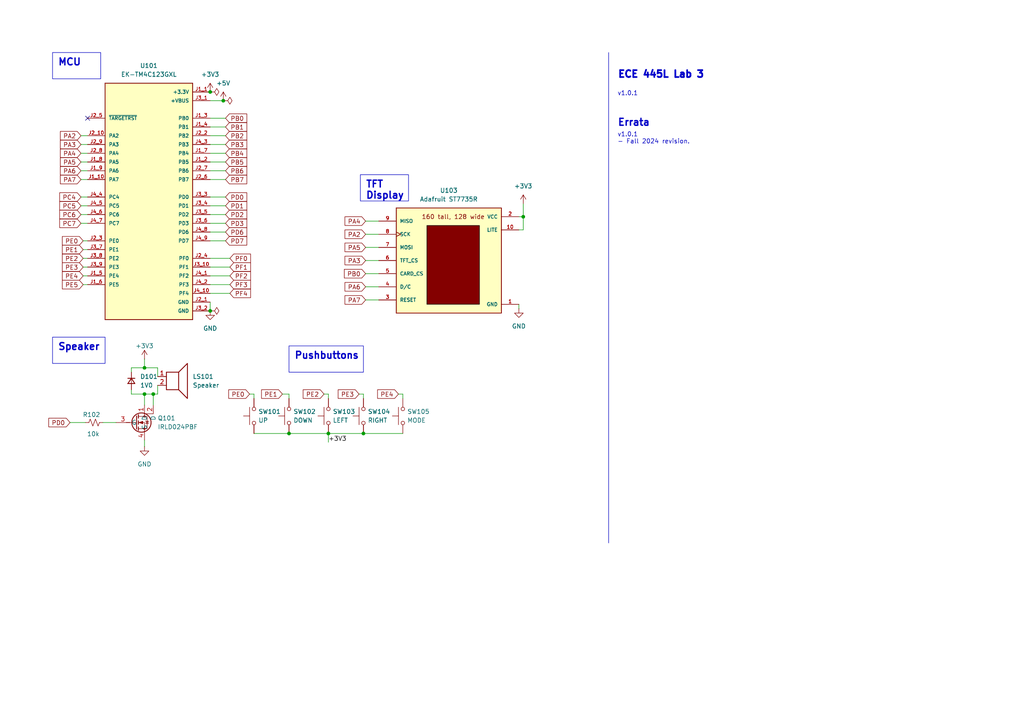
<source format=kicad_sch>
(kicad_sch (version 20231120) (generator "eeschema") (generator_version "8.0")
  (paper "A4")
  (title_block (title "ECE 445L Lab 3") (date "2024-08-07") (rev "v1.0.1") (company "The University of Texas at Austin"))
  (lib_symbols
    (symbol "Device:D_Small" (pin_numbers hide) (pin_names (offset 0.254) hide)
      (property "Reference" "D" (at -1.27 2.032 0))
      (property "Value" "D_Small" (at -3.81 -2.032 0))
      (symbol "D_Small_0_1"
        (polyline (pts (xy -0.762 -1.016) (xy -0.762 1.016)) (stroke (width 0.254)))
        (polyline (pts (xy -0.762 0) (xy 0.762 0)))
        (polyline (pts (xy 0.762 -1.016) (xy -0.762 0) (xy 0.762 1.016) (xy 0.762 -1.016)) (stroke (width 0.254)))
      )
      (symbol "D_Small_1_1"
        (pin passive line (at -2.54 0 0) (length 1.778) (name "K") (number "1"))
        (pin passive line (at 2.54 0 180) (length 1.778) (name "A") (number "2"))
      )
    )
    (symbol "Device:Speaker" (pin_names (offset 0) hide)
      (property "Reference" "LS" (at 1.27 5.715 0))
      (property "Value" "Speaker" (at 1.27 3.81 0))
      (symbol "Speaker_0_0"
        (rectangle (start -2.54 1.27) (end 1.016 -3.81) (stroke (width 0.254)))
        (polyline (pts (xy 1.016 1.27) (xy 3.556 3.81) (xy 3.556 -6.35) (xy 1.016 -3.81)) (stroke (width 0.254)))
      )
      (symbol "Speaker_1_1"
        (pin input line (at -5.08 0 0) (length 2.54) (name "1") (number "1"))
        (pin input line (at -5.08 -2.54 0) (length 2.54) (name "2") (number "2"))
      )
    )
    (symbol "ECE445L:Adafruit_ST7735R" (pin_names (offset 1.016))
      (property "Reference" "U?" (at -15.24 16.002 0))
      (property "Value" "Adafruit ST7735R" (at -15.24 -17.78 0))
      (symbol "Adafruit_ST7735R_0_0"
        (rectangle (start -15.24 15.24) (end 15.24 -15.24) (stroke (width 0.254)) (fill (type background)))
      )
      (symbol "Adafruit_ST7735R_1_0"
        (pin power_in line (at 20.32 -12.7 180) (length 5.08) (name "GND") (number "1"))
        (pin power_in line (at 20.32 8.89 180) (length 5.08) (name "LITE") (number "10"))
        (pin power_in line (at 20.32 12.7 180) (length 5.08) (name "VCC") (number "2"))
        (pin input line (at -20.32 -11.43 0) (length 5.08) (name "RESET") (number "3"))
        (pin input line (at -20.32 -7.62 0) (length 5.08) (name "D/C") (number "4"))
        (pin input line (at -20.32 -3.81 0) (length 5.08) (name "CARD_CS") (number "5"))
        (pin input line (at -20.32 0 0) (length 5.08) (name "TFT_CS") (number "6"))
        (pin input line (at -20.32 3.81 0) (length 5.08) (name "MOSI") (number "7"))
        (pin input clock (at -20.32 7.62 0) (length 5.08) (name "SCK") (number "8"))
        (pin output line (at -20.32 11.43 0) (length 5.08) (name "MISO") (number "9"))
      )
      (symbol "Adafruit_ST7735R_1_1"
        (rectangle (start -6.35 10.16) (end 8.89 -12.7) (stroke (width 0) (color 0 0 0 1)) (fill (type color) (color 132 0 0 1)))
        (text "160 tall, 128 wide" (at 1.27 12.7 0) (effects (font (size 1.27 1.27))))
      )
    )
    (symbol "ECE445L:EK-TM4C123GXL" (pin_names (offset 1.016))
      (property "Reference" "U?" (at -12.7367 34.3099 0))
      (property "Value" "EK-TM4C123GXL" (at -12.7129 -38.1075 0))
      (symbol "EK-TM4C123GXL_0_0"
        (rectangle (start -12.7 -35.56) (end 12.7 33.02) (stroke (width 0.254)) (fill (type background)))
        (pin power_in line (at 17.78 30.48 180) (length 5.08) (name "+3.3V") (number "J1_1"))
        (pin bidirectional line (at -17.78 5.08 0) (length 5.08) (name "PA7") (number "J1_10"))
        (pin bidirectional line (at 17.78 22.86 180) (length 5.08) (name "PB0") (number "J1_3"))
        (pin bidirectional line (at 17.78 20.32 180) (length 5.08) (name "PB1") (number "J1_4"))
        (pin bidirectional line (at -17.78 -22.86 0) (length 5.08) (name "PE4") (number "J1_5"))
        (pin bidirectional line (at -17.78 -25.4 0) (length 5.08) (name "PE5") (number "J1_6"))
        (pin bidirectional line (at 17.78 12.7 180) (length 5.08) (name "PB4") (number "J1_7"))
        (pin bidirectional line (at -17.78 10.16 0) (length 5.08) (name "PA5") (number "J1_8"))
        (pin bidirectional line (at -17.78 7.62 0) (length 5.08) (name "PA6") (number "J1_9"))
        (pin power_in line (at 17.78 -30.48 180) (length 5.08) (name "GND") (number "J2_1"))
        (pin bidirectional line (at -17.78 17.78 0) (length 5.08) (name "PA2") (number "J2_10"))
        (pin bidirectional line (at 17.78 17.78 180) (length 5.08) (name "PB2") (number "J2_2"))
        (pin bidirectional line (at -17.78 -12.7 0) (length 5.08) (name "PE0") (number "J2_3"))
        (pin bidirectional line (at 17.78 -17.78 180) (length 5.08) (name "PF0") (number "J2_4"))
        (pin input line (at -17.78 22.86 0) (length 5.08) (name "~{TARGETRST}") (number "J2_5"))
        (pin bidirectional line (at 17.78 5.08 180) (length 5.08) (name "PB7") (number "J2_6"))
        (pin bidirectional line (at 17.78 7.62 180) (length 5.08) (name "PB6") (number "J2_7"))
        (pin bidirectional line (at -17.78 12.7 0) (length 5.08) (name "PA4") (number "J2_8"))
        (pin bidirectional line (at -17.78 15.24 0) (length 5.08) (name "PA3") (number "J2_9"))
        (pin power_in line (at 17.78 27.94 180) (length 5.08) (name "+VBUS") (number "J3_1"))
        (pin bidirectional line (at 17.78 -20.32 180) (length 5.08) (name "PF1") (number "J3_10"))
        (pin power_in line (at 17.78 -33.02 180) (length 5.08) (name "GND") (number "J3_2"))
        (pin bidirectional line (at 17.78 0 180) (length 5.08) (name "PD0") (number "J3_3"))
        (pin bidirectional line (at 17.78 -2.54 180) (length 5.08) (name "PD1") (number "J3_4"))
        (pin bidirectional line (at 17.78 -5.08 180) (length 5.08) (name "PD2") (number "J3_5"))
        (pin bidirectional line (at 17.78 -7.62 180) (length 5.08) (name "PD3") (number "J3_6"))
        (pin bidirectional line (at -17.78 -15.24 0) (length 5.08) (name "PE1") (number "J3_7"))
        (pin bidirectional line (at -17.78 -17.78 0) (length 5.08) (name "PE2") (number "J3_8"))
        (pin bidirectional line (at -17.78 -20.32 0) (length 5.08) (name "PE3") (number "J3_9"))
        (pin bidirectional line (at 17.78 -22.86 180) (length 5.08) (name "PF2") (number "J4_1"))
        (pin bidirectional line (at 17.78 -27.94 180) (length 5.08) (name "PF4") (number "J4_10"))
        (pin bidirectional line (at 17.78 -25.4 180) (length 5.08) (name "PF3") (number "J4_2"))
        (pin bidirectional line (at 17.78 15.24 180) (length 5.08) (name "PB3") (number "J4_3"))
        (pin bidirectional line (at -17.78 0 0) (length 5.08) (name "PC4") (number "J4_4"))
        (pin bidirectional line (at -17.78 -2.54 0) (length 5.08) (name "PC5") (number "J4_5"))
        (pin bidirectional line (at -17.78 -5.08 0) (length 5.08) (name "PC6") (number "J4_6"))
        (pin bidirectional line (at -17.78 -7.62 0) (length 5.08) (name "PC7") (number "J4_7"))
        (pin bidirectional line (at 17.78 -10.16 180) (length 5.08) (name "PD6") (number "J4_8"))
        (pin bidirectional line (at 17.78 -12.7 180) (length 5.08) (name "PD7") (number "J4_9"))
      )
      (symbol "EK-TM4C123GXL_1_0"
        (pin bidirectional line (at 17.78 10.16 180) (length 5.08) (name "PB5") (number "J1_2"))
      )
    )
    (symbol "ECE445L:IRLD024PBF"
      (property "Reference" "Q" (at 6.35 5.715 0))
      (property "Value" "IRLD024PBF" (at 16.51 -1.905 0))
      (symbol "IRLD024PBF_0_1"
        (polyline (pts (xy 11.43 0.635) (xy 8.636 0.635)))
        (polyline (pts (xy 11.684 2.54) (xy 11.684 -1.27)) (stroke (width 0.254)))
        (polyline (pts (xy 12.192 -0.635) (xy 12.192 -1.651)) (stroke (width 0.254)))
        (polyline (pts (xy 12.192 1.143) (xy 12.192 0.127)) (stroke (width 0.254)))
        (polyline (pts (xy 12.192 2.921) (xy 12.192 1.905)) (stroke (width 0.254)))
        (polyline (pts (xy 13.97 3.175) (xy 13.97 2.413)))
        (polyline (pts (xy 16.51 3.175) (xy 13.97 3.175)))
        (polyline (pts (xy 13.97 -1.905) (xy 13.97 0.635) (xy 12.192 0.635)))
        (polyline (pts (xy 12.192 -1.143) (xy 14.732 -1.143) (xy 14.732 2.413) (xy 12.192 2.413)))
        (polyline (pts (xy 12.446 0.635) (xy 13.462 1.016) (xy 13.462 0.254) (xy 12.446 0.635)) (fill (type outline)))
        (polyline (pts (xy 14.224 1.143) (xy 14.351 1.016) (xy 15.113 1.016) (xy 15.24 0.889)))
        (polyline (pts (xy 14.732 1.016) (xy 14.351 0.381) (xy 15.113 0.381) (xy 14.732 1.016)))
        (circle (center 13.081 0.635) (radius 2.794) (stroke (width 0.254)))
        (circle (center 13.97 -1.143) (radius 0.254) (fill (type outline)))
        (circle (center 13.97 2.413) (radius 0.254) (fill (type outline)))
      )
      (symbol "IRLD024PBF_1_1"
        (pin passive line (at 13.97 5.715 270) (length 2.54) (name "D") (number "1"))
        (pin passive line (at 16.51 5.715 270) (length 2.54) (name "D") (number "2"))
        (pin input line (at 5.715 0.635 0) (length 4) (name "G") (number "3"))
        (pin passive line (at 13.97 -4.445 90) (length 2.54) (name "S") (number "4"))
      )
    )
    (symbol "ECE445L:R_0.125W" (pin_numbers hide) (pin_names (offset 0.254) hide)
      (property "Reference" "R" (at 0.762 0.508 0))
      (property "Value" "R_0.125W" (at 0.762 -1.016 0))
      (symbol "R_0.125W_1_1"
        (polyline (pts (xy 0 0) (xy 1.016 -0.381) (xy 0 -0.762) (xy -1.016 -1.143) (xy 0 -1.524)))
        (polyline (pts (xy 0 1.524) (xy 1.016 1.143) (xy 0 0.762) (xy -1.016 0.381) (xy 0 0)))
        (pin passive line (at 0 2.54 270) (length 1.016) (name "~") (number "1"))
        (pin passive line (at 0 -2.54 90) (length 1.016) (name "~") (number "2"))
      )
    )
    (symbol "Switch:SW_Push" (pin_numbers hide) (pin_names (offset 1.016) hide)
      (property "Reference" "SW" (at 1.27 2.54 0))
      (property "Value" "SW_Push" (at 0 -1.524 0))
      (symbol "SW_Push_0_1"
        (circle (center -2.032 0) (radius 0.508))
        (polyline (pts (xy 0 1.27) (xy 0 3.048)))
        (polyline (pts (xy 2.54 1.27) (xy -2.54 1.27)))
        (circle (center 2.032 0) (radius 0.508))
        (pin passive line (at -5.08 0 0) (length 2.54) (name "1") (number "1"))
        (pin passive line (at 5.08 0 180) (length 2.54) (name "2") (number "2"))
      )
    )
    (symbol "power:+3V3" (power) (pin_numbers hide) (pin_names (offset 0) hide)
      (property "Value" "+3V3" (at 0 3.556 0))
      (symbol "+3V3_0_1"
        (polyline (pts (xy -0.762 1.27) (xy 0 2.54)))
        (polyline (pts (xy 0 0) (xy 0 2.54)))
        (polyline (pts (xy 0 2.54) (xy 0.762 1.27)))
      )
      (symbol "+3V3_1_1"
        (pin power_in line (at 0 0 90) (length 0) (name "~") (number "1"))
      )
    )
    (symbol "power:+5V" (power) (pin_numbers hide) (pin_names (offset 0) hide)
      (property "Value" "+5V" (at 0 3.556 0))
      (symbol "+5V_0_1"
        (polyline (pts (xy -0.762 1.27) (xy 0 2.54)))
        (polyline (pts (xy 0 0) (xy 0 2.54)))
        (polyline (pts (xy 0 2.54) (xy 0.762 1.27)))
      )
      (symbol "+5V_1_1"
        (pin power_in line (at 0 0 90) (length 0) (name "~") (number "1"))
      )
    )
    (symbol "power:GND" (power) (pin_numbers hide) (pin_names (offset 0) hide)
      (property "Value" "GND" (at 0 -3.81 0))
      (symbol "GND_0_1"
        (polyline (pts (xy 0 0) (xy 0 -1.27) (xy 1.27 -1.27) (xy 0 -2.54) (xy -1.27 -1.27) (xy 0 -1.27)))
      )
      (symbol "GND_1_1"
        (pin power_in line (at 0 0 270) (length 0) (name "~") (number "1"))
      )
    )
    (symbol "power:PWR_FLAG" (power) (pin_numbers hide) (pin_names (offset 0) hide)
      (property "Value" "PWR_FLAG" (at 0 3.81 0))
      (symbol "PWR_FLAG_0_0"
        (pin power_out line (at 0 0 90) (length 0) (name "~") (number "1"))
      )
      (symbol "PWR_FLAG_0_1"
        (polyline (pts (xy 0 0) (xy 0 1.27) (xy -1.016 1.905) (xy 0 2.54) (xy 1.016 1.905) (xy 0 1.27)))
      )
    )
  )
  (junction (at 60.96 26.67))
  (junction (at 95.25 125.73))
  (junction (at 41.91 106.68))
  (junction (at 44.45 114.3))
  (junction (at 60.96 90.17))
  (junction (at 41.91 114.3))
  (junction (at 83.82 125.73))
  (junction (at 105.41 125.73))
  (junction (at 151.765 62.865))
  (junction (at 64.77 29.21))
  (no_connect (at 25.4 34.29))
  (wire (pts (xy 60.96 41.91) (xy 65.405 41.91)))
  (wire (pts (xy 106.045 71.755) (xy 109.855 71.755)))
  (wire (pts (xy 81.915 114.3) (xy 83.82 114.3)))
  (wire (pts (xy 73.66 114.3) (xy 73.66 115.57)))
  (wire (pts (xy 116.84 114.3) (xy 116.84 115.57)))
  (wire (pts (xy 60.96 52.07) (xy 65.405 52.07)))
  (wire (pts (xy 60.96 36.83) (xy 65.405 36.83)))
  (wire (pts (xy 95.25 125.73) (xy 95.25 128.27)))
  (wire (pts (xy 20.32 122.555) (xy 24.765 122.555)))
  (wire (pts (xy 38.1 106.68) (xy 41.91 106.68)))
  (wire (pts (xy 106.045 79.375) (xy 109.855 79.375)))
  (wire (pts (xy 60.96 69.85) (xy 65.405 69.85)))
  (wire (pts (xy 23.495 64.77) (xy 25.4 64.77)))
  (wire (pts (xy 60.96 77.47) (xy 66.675 77.47)))
  (wire (pts (xy 45.72 111.76) (xy 45.72 114.3)))
  (wire (pts (xy 106.045 75.565) (xy 109.855 75.565)))
  (wire (pts (xy 24.13 77.47) (xy 25.4 77.47)))
  (wire (pts (xy 73.66 125.73) (xy 83.82 125.73)))
  (wire (pts (xy 23.495 62.23) (xy 25.4 62.23)))
  (wire (pts (xy 23.495 41.91) (xy 25.4 41.91)))
  (wire (pts (xy 41.91 104.14) (xy 41.91 106.68)))
  (wire (pts (xy 29.845 122.555) (xy 33.655 122.555)))
  (wire (pts (xy 60.96 39.37) (xy 65.405 39.37)))
  (wire (pts (xy 60.96 87.63) (xy 60.96 90.17)))
  (wire (pts (xy 41.91 114.3) (xy 44.45 114.3)))
  (wire (pts (xy 24.13 72.39) (xy 25.4 72.39)))
  (wire (pts (xy 72.39 114.3) (xy 73.66 114.3)))
  (wire (pts (xy 38.1 106.68) (xy 38.1 107.95)))
  (wire (pts (xy 60.96 85.09) (xy 66.675 85.09)))
  (wire (pts (xy 24.13 69.85) (xy 25.4 69.85)))
  (wire (pts (xy 38.1 114.3) (xy 41.91 114.3)))
  (wire (pts (xy 23.495 49.53) (xy 25.4 49.53)))
  (wire (pts (xy 60.96 80.01) (xy 66.675 80.01)))
  (wire (pts (xy 60.96 34.29) (xy 65.405 34.29)))
  (wire (pts (xy 151.765 59.055) (xy 151.765 62.865)))
  (wire (pts (xy 115.57 114.3) (xy 116.84 114.3)))
  (wire (pts (xy 24.13 80.01) (xy 25.4 80.01)))
  (wire (pts (xy 106.045 67.945) (xy 109.855 67.945)))
  (wire (pts (xy 83.82 114.3) (xy 83.82 115.57)))
  (wire (pts (xy 23.495 39.37) (xy 25.4 39.37)))
  (wire (pts (xy 83.82 125.73) (xy 95.25 125.73)))
  (wire (pts (xy 104.14 114.3) (xy 105.41 114.3)))
  (wire (pts (xy 23.495 44.45) (xy 25.4 44.45)))
  (wire (pts (xy 60.96 29.21) (xy 64.77 29.21)))
  (wire (pts (xy 106.045 64.135) (xy 109.855 64.135)))
  (polyline (pts (xy 176.53 15.24) (xy 176.53 157.48)))
  (wire (pts (xy 24.13 82.55) (xy 25.4 82.55)))
  (wire (pts (xy 23.495 52.07) (xy 25.4 52.07)))
  (wire (pts (xy 106.045 83.185) (xy 109.855 83.185)))
  (wire (pts (xy 151.765 66.675) (xy 151.765 62.865)))
  (wire (pts (xy 106.045 86.995) (xy 109.855 86.995)))
  (wire (pts (xy 44.45 114.3) (xy 45.72 114.3)))
  (wire (pts (xy 23.495 46.99) (xy 25.4 46.99)))
  (wire (pts (xy 93.98 114.3) (xy 95.25 114.3)))
  (wire (pts (xy 105.41 125.73) (xy 116.84 125.73)))
  (wire (pts (xy 150.495 66.675) (xy 151.765 66.675)))
  (wire (pts (xy 60.96 64.77) (xy 65.405 64.77)))
  (wire (pts (xy 150.495 88.265) (xy 150.495 89.535)))
  (wire (pts (xy 41.91 114.3) (xy 41.91 117.475)))
  (wire (pts (xy 95.25 114.3) (xy 95.25 115.57)))
  (wire (pts (xy 60.96 82.55) (xy 66.675 82.55)))
  (wire (pts (xy 60.96 74.93) (xy 66.675 74.93)))
  (wire (pts (xy 105.41 114.3) (xy 105.41 115.57)))
  (wire (pts (xy 95.25 125.73) (xy 105.41 125.73)))
  (wire (pts (xy 44.45 114.3) (xy 44.45 117.475)))
  (wire (pts (xy 60.96 44.45) (xy 65.405 44.45)))
  (wire (pts (xy 60.96 67.31) (xy 65.405 67.31)))
  (wire (pts (xy 60.96 57.15) (xy 65.405 57.15)))
  (wire (pts (xy 23.495 57.15) (xy 25.4 57.15)))
  (wire (pts (xy 45.72 106.68) (xy 45.72 109.22)))
  (wire (pts (xy 41.91 127.635) (xy 41.91 129.54)))
  (wire (pts (xy 60.96 59.69) (xy 65.405 59.69)))
  (wire (pts (xy 23.495 59.69) (xy 25.4 59.69)))
  (wire (pts (xy 60.96 46.99) (xy 65.405 46.99)))
  (wire (pts (xy 150.495 62.865) (xy 151.765 62.865)))
  (wire (pts (xy 60.96 62.23) (xy 65.405 62.23)))
  (wire (pts (xy 41.91 106.68) (xy 45.72 106.68)))
  (wire (pts (xy 60.96 49.53) (xy 65.405 49.53)))
  (wire (pts (xy 24.13 74.93) (xy 25.4 74.93)))
  (wire (pts (xy 38.1 114.3) (xy 38.1 113.03)))
  (text_box "MCU" (at 15.24 15.24 0) (size 13.97 7.62) (effects (font (size 2 2) (thickness 0.4) (bold yes)) (justify left top)))
  (text_box "Speaker" (at 15.24 97.79 0) (size 15.24 7.62) (effects (font (size 2 2) (thickness 0.4) (bold yes)) (justify left top)))
  (text_box "Pushbuttons" (at 83.82 100.33 0) (size 21.59 7.62) (effects (font (size 2 2) (thickness 0.4) (bold yes)) (justify left top)))
  (text_box "TFT Display" (at 104.521 50.673 0) (size 13.97 7.62) (effects (font (size 2 2) (thickness 0.4) (bold yes)) (justify left top)))
  (text "v1.0.1\n- Fall 2024 revision." (at 179.07 41.91 0) (effects (font (size 1.27 1.27)) (justify left bottom)))
  (text "ECE 445L Lab 3\n" (at 179.07 22.86 0) (effects (font (size 2 2) (thickness 0.6) (bold yes)) (justify left bottom)))
  (text "v1.0.1" (at 179.07 27.94 0) (effects (font (size 1.27 1.27)) (justify left bottom)))
  (text "Errata" (at 179.07 36.83 0) (effects (font (size 2 2) (thickness 0.4) (bold yes)) (justify left bottom)))
  (label "+3V3" (at 95.25 128.27 0))
  (global_label "PC5" (shape input) (at 23.495 59.69 180) (property "Intersheetrefs" "${INTERSHEET_REFS}" (effects (hide yes))))
  (global_label "PB6" (shape input) (at 65.405 49.53 0) (property "Intersheetrefs" "${INTERSHEET_REFS}" (effects (hide yes))))
  (global_label "PB2" (shape input) (at 65.405 39.37 0) (property "Intersheetrefs" "${INTERSHEET_REFS}" (effects (hide yes))))
  (global_label "PA7" (shape input) (at 23.495 52.07 180) (property "Intersheetrefs" "${INTERSHEET_REFS}" (effects (hide yes))))
  (global_label "PA4" (shape input) (at 23.495 44.45 180) (property "Intersheetrefs" "${INTERSHEET_REFS}" (effects (hide yes))))
  (global_label "PB5" (shape input) (at 65.405 46.99 0) (property "Intersheetrefs" "${INTERSHEET_REFS}" (effects (hide yes))))
  (global_label "PB3" (shape input) (at 65.405 41.91 0) (property "Intersheetrefs" "${INTERSHEET_REFS}" (effects (hide yes))))
  (global_label "PD7" (shape input) (at 65.405 69.85 0) (property "Intersheetrefs" "${INTERSHEET_REFS}" (effects (hide yes))))
  (global_label "PE0" (shape input) (at 24.13 69.85 180) (property "Intersheetrefs" "${INTERSHEET_REFS}" (effects (hide yes))))
  (global_label "PD1" (shape input) (at 65.405 59.69 0) (property "Intersheetrefs" "${INTERSHEET_REFS}" (effects (hide yes))))
  (global_label "PF4" (shape input) (at 66.675 85.09 0) (property "Intersheetrefs" "${INTERSHEET_REFS}" (effects (hide yes))))
  (global_label "PE3" (shape input) (at 24.13 77.47 180) (property "Intersheetrefs" "${INTERSHEET_REFS}" (effects (hide yes))))
  (global_label "PC7" (shape input) (at 23.495 64.77 180) (property "Intersheetrefs" "${INTERSHEET_REFS}" (effects (hide yes))))
  (global_label "PA2" (shape input) (at 106.045 67.945 180) (property "Intersheetrefs" "${INTERSHEET_REFS}" (effects (hide yes))))
  (global_label "PE1" (shape input) (at 81.915 114.3 180) (property "Intersheetrefs" "${INTERSHEET_REFS}" (effects (hide yes))))
  (global_label "PE2" (shape input) (at 24.13 74.93 180) (property "Intersheetrefs" "${INTERSHEET_REFS}" (effects (hide yes))))
  (global_label "PA3" (shape input) (at 23.495 41.91 180) (property "Intersheetrefs" "${INTERSHEET_REFS}" (effects (hide yes))))
  (global_label "PE4" (shape input) (at 24.13 80.01 180) (property "Intersheetrefs" "${INTERSHEET_REFS}" (effects (hide yes))))
  (global_label "PC4" (shape input) (at 23.495 57.15 180) (property "Intersheetrefs" "${INTERSHEET_REFS}" (effects (hide yes))))
  (global_label "PB0" (shape input) (at 65.405 34.29 0) (property "Intersheetrefs" "${INTERSHEET_REFS}" (effects (hide yes))))
  (global_label "PE1" (shape input) (at 24.13 72.39 180) (property "Intersheetrefs" "${INTERSHEET_REFS}" (effects (hide yes))))
  (global_label "PF3" (shape input) (at 66.675 82.55 0) (property "Intersheetrefs" "${INTERSHEET_REFS}" (effects (hide yes))))
  (global_label "PE0" (shape input) (at 72.39 114.3 180) (property "Intersheetrefs" "${INTERSHEET_REFS}" (effects (hide yes))))
  (global_label "PD3" (shape input) (at 65.405 64.77 0) (property "Intersheetrefs" "${INTERSHEET_REFS}" (effects (hide yes))))
  (global_label "PE2" (shape input) (at 93.98 114.3 180) (property "Intersheetrefs" "${INTERSHEET_REFS}" (effects (hide yes))))
  (global_label "PD0" (shape input) (at 65.405 57.15 0) (property "Intersheetrefs" "${INTERSHEET_REFS}" (effects (hide yes))))
  (global_label "PB7" (shape input) (at 65.405 52.07 0) (property "Intersheetrefs" "${INTERSHEET_REFS}" (effects (hide yes))))
  (global_label "PA2" (shape input) (at 23.495 39.37 180) (property "Intersheetrefs" "${INTERSHEET_REFS}" (effects (hide yes))))
  (global_label "PA7" (shape input) (at 106.045 86.995 180) (property "Intersheetrefs" "${INTERSHEET_REFS}" (effects (hide yes))))
  (global_label "PD0" (shape input) (at 20.32 122.555 180) (property "Intersheetrefs" "${INTERSHEET_REFS}" (effects (hide yes))))
  (global_label "PA6" (shape input) (at 106.045 83.185 180) (property "Intersheetrefs" "${INTERSHEET_REFS}" (effects (hide yes))))
  (global_label "PF0" (shape input) (at 66.675 74.93 0) (property "Intersheetrefs" "${INTERSHEET_REFS}" (effects (hide yes))))
  (global_label "PC6" (shape input) (at 23.495 62.23 180) (property "Intersheetrefs" "${INTERSHEET_REFS}" (effects (hide yes))))
  (global_label "PE3" (shape input) (at 104.14 114.3 180) (property "Intersheetrefs" "${INTERSHEET_REFS}" (effects (hide yes))))
  (global_label "PE5" (shape input) (at 24.13 82.55 180) (property "Intersheetrefs" "${INTERSHEET_REFS}" (effects (hide yes))))
  (global_label "PE4" (shape input) (at 115.57 114.3 180) (property "Intersheetrefs" "${INTERSHEET_REFS}" (effects (hide yes))))
  (global_label "PA3" (shape input) (at 106.045 75.565 180) (property "Intersheetrefs" "${INTERSHEET_REFS}" (effects (hide yes))))
  (global_label "PD6" (shape input) (at 65.405 67.31 0) (property "Intersheetrefs" "${INTERSHEET_REFS}" (effects (hide yes))))
  (global_label "PA4" (shape input) (at 106.045 64.135 180) (property "Intersheetrefs" "${INTERSHEET_REFS}" (effects (hide yes))))
  (global_label "PF1" (shape input) (at 66.675 77.47 0) (property "Intersheetrefs" "${INTERSHEET_REFS}" (effects (hide yes))))
  (global_label "PB1" (shape input) (at 65.405 36.83 0) (property "Intersheetrefs" "${INTERSHEET_REFS}" (effects (hide yes))))
  (global_label "PA6" (shape input) (at 23.495 49.53 180) (property "Intersheetrefs" "${INTERSHEET_REFS}" (effects (hide yes))))
  (global_label "PA5" (shape input) (at 106.045 71.755 180) (property "Intersheetrefs" "${INTERSHEET_REFS}" (effects (hide yes))))
  (global_label "PD2" (shape input) (at 65.405 62.23 0) (property "Intersheetrefs" "${INTERSHEET_REFS}" (effects (hide yes))))
  (global_label "PF2" (shape input) (at 66.675 80.01 0) (property "Intersheetrefs" "${INTERSHEET_REFS}" (effects (hide yes))))
  (global_label "PB0" (shape input) (at 106.045 79.375 180) (property "Intersheetrefs" "${INTERSHEET_REFS}" (effects (hide yes))))
  (global_label "PB4" (shape input) (at 65.405 44.45 0) (property "Intersheetrefs" "${INTERSHEET_REFS}" (effects (hide yes))))
  (global_label "PA5" (shape input) (at 23.495 46.99 180) (property "Intersheetrefs" "${INTERSHEET_REFS}" (effects (hide yes))))
  (symbol (lib_id "power:PWR_FLAG") (at 60.96 90.17 270) (unit 1)
    (property "Reference" "#FLG0102" (effects (hide yes)))
    (property "Value" "PWR_FLAG" (effects (hide yes)))
    (property "Description" "Special symbol for telling ERC where power comes from" (effects (hide yes)))
  )
  (symbol (lib_id "Device:D_Small") (at 38.1 110.49 270) (unit 1)
    (property "Reference" "D101" (at 40.64 109.22 90) (effects (justify left)))
    (property "Value" "1V0" (at 40.64 111.76 90) (effects (justify left)))
    (property "Footprint" "Diode_THT:D_5W_P12.70mm_Horizontal" (effects (hide yes)))
    (property "Description" "Diode, small symbol" (effects (hide yes)))
    (property "Cost" "0.10 " (effects (hide yes)))
    (property "Distributor" "Mouser" (effects (hide yes)))
    (property "Manufacturer" "onsemi" (effects (hide yes)))
    (property "P/N" "1N914 " (effects (hide yes)))
    (property "Sim.Device" "D" (effects (hide yes)))
    (property "Sim.Pins" "1=K 2=A" (effects (hide yes)))
  )
  (symbol (lib_id "ECE445L:EK-TM4C123GXL") (at 43.18 57.15 0) (unit 1)
    (property "Reference" "U101" (at 43.18 19.05 0))
    (property "Value" "EK-TM4C123GXL" (at 43.18 21.59 0))
    (property "Footprint" "ECE445L:ti_EKTM4C123GXL" (effects (hide yes)))
    (property "Datasheet" "https://www.ti.com/lit/ds/symlink/tm4c123gh6pm.pdf?ts=1693244962384&ref_url=https%253A%252F%252Fwww.google.com%252F" (effects (hide yes)))
    (property "Distributor" "Mouser" (effects (hide yes)))
    (property "Manufacturer" "Texas Instruments" (effects (hide yes)))
    (property "P/N" "EK-TM4C123GXL" (effects (hide yes)))
    (property "Cost" "22.60" (effects (hide yes)))
  )
  (symbol (lib_id "ECE445L:IRLD024PBF") (at 27.94 123.19 0) (unit 1)
    (property "Reference" "Q101" (at 45.72 121.2849 0) (effects (justify left)))
    (property "Value" "IRLD024PBF" (at 45.72 123.8249 0) (effects (justify left)))
    (property "Footprint" "ECE445L:DIP920W60P254L490H457Q4N" (effects (hide yes)))
    (property "Datasheet" "http://www.vishay.com/docs/91308/sihld24.pdf" (effects (hide yes)))
    (property "Description" "Vishay IRLD024PBF N-channel MOSFET Transistor, 2.5 A, 60 V, 4-Pin HVMDIP" (effects (hide yes)))
    (property "Cost" "1.67" (effects (hide yes)))
    (property "Distributor" "Mouser" (effects (hide yes)))
    (property "Manufacturer" "Vishay" (effects (hide yes)))
    (property "P/N" "IRLD024PBF" (effects (hide yes)))
    (property "Sim.Device" "NMOS" (effects (hide yes)))
    (property "Sim.Type" "VDMOS" (effects (hide yes)))
    (property "Sim.Pins" "1=D 2=G 3=S" (effects (hide yes)))
    (property "Height" "4.57" (effects (hide yes)))
    (property "Mouser Part Number" "844-IRLD024PBF" (effects (hide yes)))
    (property "Mouser Price/Stock" "https://www.mouser.co.uk/ProductDetail/Vishay-Siliconix/IRLD024PBF?qs=cvaI6ThkwxvrmVanJu5OcQ%3D%3D" (effects (hide yes)))
    (property "Manufacturer_Name" "Vishay" (effects (hide yes)))
    (property "Manufacturer_Part_Number" "IRLD024PBF" (effects (hide yes)))
  )
  (symbol (lib_id "power:PWR_FLAG") (at 64.77 29.21 270) (unit 1)
    (property "Reference" "#FLG0103" (effects (hide yes)))
    (property "Value" "PWR_FLAG" (effects (hide yes)))
    (property "Description" "Special symbol for telling ERC where power comes from" (effects (hide yes)))
  )
  (symbol (lib_id "Switch:SW_Push") (at 73.66 120.65 90) (unit 1)
    (property "Reference" "SW101" (at 74.93 119.38 90) (effects (justify right)))
    (property "Value" "UP" (at 74.93 121.92 90) (effects (justify right)))
    (property "Footprint" "Button_Switch_THT:SW_PUSH_6mm" (effects (hide yes)))
    (property "Description" "Push button switch, generic, two pins" (effects (hide yes)))
  )
  (symbol (lib_id "power:+5V") (at 64.77 29.21 0) (unit 1)
    (property "Reference" "#PWR0105" (effects (hide yes)))
    (property "Value" "+5V" (at 64.77 24.13 0))
    (property "Description" "Power symbol creates a global label with name \"+5V\"" (effects (hide yes)))
  )
  (symbol (lib_id "power:GND") (at 150.495 89.535 0) (unit 1)
    (property "Reference" "#PWR02" (effects (hide yes)))
    (property "Value" "GND" (at 150.495 94.615 0))
    (property "Description" "Power symbol creates a global label with name \"GND\" , ground" (effects (hide yes)))
  )
  (symbol (lib_id "power:+3V3") (at 151.765 59.055 0) (unit 1)
    (property "Reference" "#PWR01" (effects (hide yes)))
    (property "Value" "+3V3" (at 151.765 53.975 0))
    (property "Description" "Power symbol creates a global label with name \"+3V3\"" (effects (hide yes)))
  )
  (symbol (lib_id "Switch:SW_Push") (at 83.82 120.65 90) (unit 1)
    (property "Reference" "SW102" (at 85.09 119.38 90) (effects (justify right)))
    (property "Value" "DOWN" (at 85.09 121.92 90) (effects (justify right)))
    (property "Footprint" "Button_Switch_THT:SW_PUSH_6mm" (effects (hide yes)))
    (property "Description" "Push button switch, generic, two pins" (effects (hide yes)))
  )
  (symbol (lib_id "Switch:SW_Push") (at 95.25 120.65 90) (unit 1)
    (property "Reference" "SW103" (at 96.52 119.38 90) (effects (justify right)))
    (property "Value" "LEFT" (at 96.52 121.92 90) (effects (justify right)))
    (property "Footprint" "Button_Switch_THT:SW_PUSH_6mm" (effects (hide yes)))
    (property "Description" "Push button switch, generic, two pins" (effects (hide yes)))
  )
  (symbol (lib_id "Switch:SW_Push") (at 105.41 120.65 90) (unit 1)
    (property "Reference" "SW104" (at 106.68 119.38 90) (effects (justify right)))
    (property "Value" "RIGHT" (at 106.68 121.92 90) (effects (justify right)))
    (property "Footprint" "Button_Switch_THT:SW_PUSH_6mm" (effects (hide yes)))
    (property "Description" "Push button switch, generic, two pins" (effects (hide yes)))
  )
  (symbol (lib_id "power:+3V3") (at 60.96 26.67 0) (unit 1)
    (property "Reference" "#PWR0103" (effects (hide yes)))
    (property "Value" "+3V3" (at 60.96 21.59 0))
    (property "Description" "Power symbol creates a global label with name \"+3V3\"" (effects (hide yes)))
  )
  (symbol (lib_id "Switch:SW_Push") (at 116.84 120.65 90) (unit 1)
    (property "Reference" "SW105" (at 118.11 119.38 90) (effects (justify right)))
    (property "Value" "MODE" (at 118.11 121.92 90) (effects (justify right)))
    (property "Footprint" "Button_Switch_THT:SW_PUSH_6mm" (effects (hide yes)))
    (property "Description" "Push button switch, generic, two pins" (effects (hide yes)))
  )
  (symbol (lib_id "power:GND") (at 41.91 129.54 0) (unit 1)
    (property "Reference" "#PWR0102" (effects (hide yes)))
    (property "Value" "GND" (at 41.91 134.62 0))
    (property "Description" "Power symbol creates a global label with name \"GND\" , ground" (effects (hide yes)))
  )
  (symbol (lib_id "power:PWR_FLAG") (at 60.96 26.67 270) (unit 1)
    (property "Reference" "#FLG0101" (effects (hide yes)))
    (property "Value" "PWR_FLAG" (effects (hide yes)))
    (property "Description" "Special symbol for telling ERC where power comes from" (effects (hide yes)))
  )
  (symbol (lib_id "Device:Speaker") (at 50.8 109.22 0) (unit 1)
    (property "Reference" "LS101" (at 55.88 109.22 0) (effects (justify left)))
    (property "Value" "Speaker" (at 55.88 111.76 0) (effects (justify left)))
    (property "Footprint" "Connector_PinHeader_2.54mm:PinHeader_1x02_P2.54mm_Vertical" (effects (hide yes)))
    (property "Description" "Speaker" (effects (hide yes)))
  )
  (symbol (lib_id "power:GND") (at 60.96 90.17 0) (unit 1)
    (property "Reference" "#PWR0104" (effects (hide yes)))
    (property "Value" "GND" (at 60.96 95.25 0))
    (property "Description" "Power symbol creates a global label with name \"GND\" , ground" (effects (hide yes)))
  )
  (symbol (lib_id "ECE445L:R_0.125W") (at 27.305 122.555 90) (unit 1)
    (property "Reference" "R102" (at 26.543 120.269 90))
    (property "Value" "10k" (at 27.051 125.857 90))
    (property "Footprint" "ECE445L:R_Axial_DIN0204_L3.6mm_D1.6mm_P7.62mm_Horizontal" (effects (hide yes)))
    (property "Datasheet" "https://users.ece.utexas.edu/~valvano/mspm0/CarbonFilmresistors.pdf" (effects (hide yes)))
    (property "Description" "Resistor, small US symbol" (effects (hide yes)))
  )
  (symbol (lib_id "power:+3V3") (at 41.91 104.14 0) (unit 1)
    (property "Reference" "#PWR0101" (effects (hide yes)))
    (property "Value" "+3V3" (at 41.91 100.33 0))
    (property "Description" "Power symbol creates a global label with name \"+3V3\"" (effects (hide yes)))
  )
  (symbol (lib_id "ECE445L:Adafruit_ST7735R") (at 130.175 75.565 0) (unit 1)
    (property "Reference" "U103" (at 130.175 55.245 0))
    (property "Value" "Adafruit ST7735R" (at 130.175 57.785 0))
    (property "Footprint" "ECE445L:adafruit_st7735r2" (effects (hide yes)))
    (property "Datasheet" "https://www.mouser.com/datasheet/2/737/ST7735R_V0_2-2489618.pdf" (effects (hide yes)))
    (property "Distributor" "Mouser" (effects (hide yes)))
    (property "Manufacturer" "Adafruit" (effects (hide yes)))
    (property "P/N" "358" (effects (hide yes)))
    (property "Cost" "19.95" (effects (hide yes)))
  )
)
</source>
